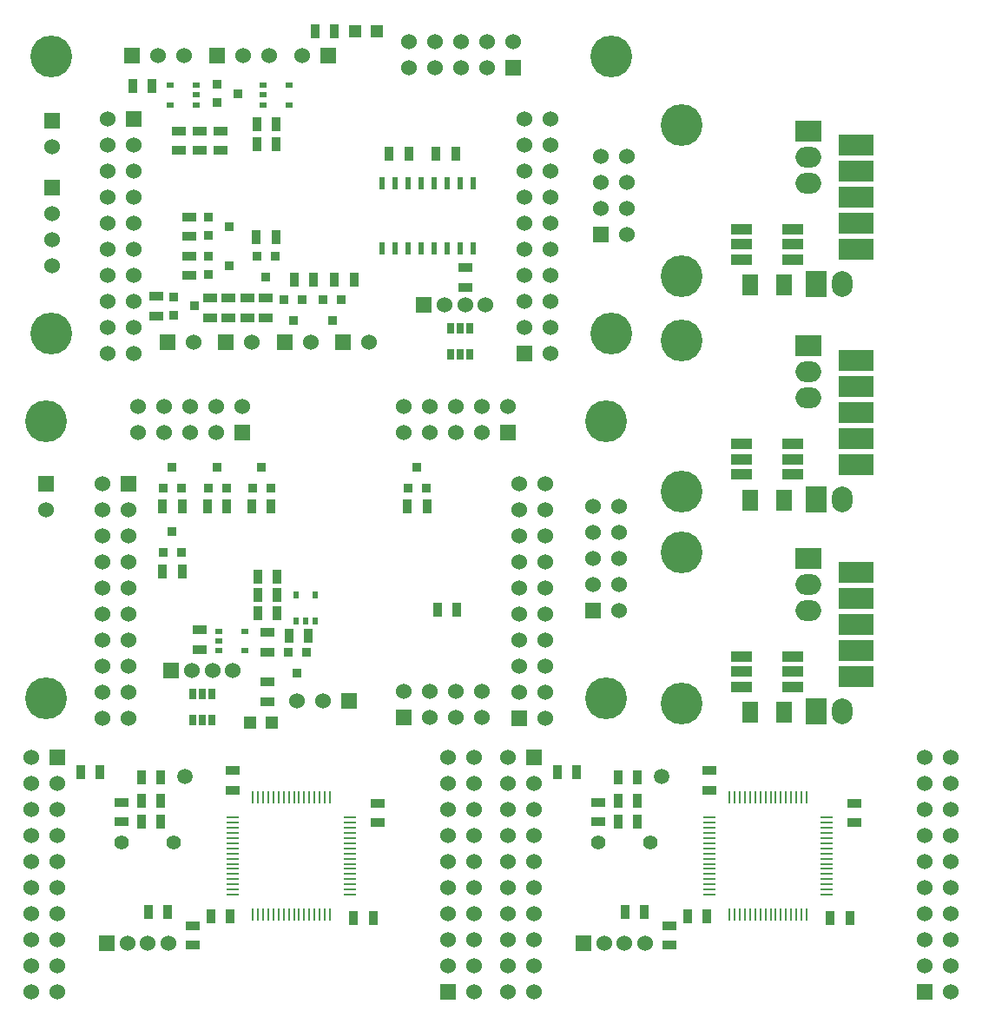
<source format=gts>
G04 (created by PCBNEW (2013-may-18)-stable) date Вс 24 янв 2016 11:36:20*
%MOIN*%
G04 Gerber Fmt 3.4, Leading zero omitted, Abs format*
%FSLAX34Y34*%
G01*
G70*
G90*
G04 APERTURE LIST*
%ADD10C,0.00590551*%
%ADD11R,0.06X0.08*%
%ADD12R,0.0787402X0.0393701*%
%ADD13R,0.0984252X0.0787402*%
%ADD14O,0.0984252X0.0787402*%
%ADD15R,0.0787402X0.0984252*%
%ADD16O,0.0787402X0.0984252*%
%ADD17C,0.16*%
%ADD18R,0.137795X0.0787402*%
%ADD19R,0.036X0.036*%
%ADD20R,0.02X0.045*%
%ADD21R,0.055X0.035*%
%ADD22R,0.035X0.055*%
%ADD23R,0.06X0.06*%
%ADD24C,0.06*%
%ADD25R,0.03X0.02*%
%ADD26R,0.0276X0.0394*%
%ADD27R,0.0472X0.0472*%
%ADD28R,0.02X0.03*%
%ADD29C,0.056*%
%ADD30C,0.0590551*%
%ADD31R,0.0472X0.01*%
%ADD32R,0.01X0.0472*%
G04 APERTURE END LIST*
G54D10*
G54D11*
X124431Y-51553D03*
X123131Y-51553D03*
G54D12*
X124765Y-50569D03*
X124765Y-49978D03*
X124765Y-49388D03*
X122797Y-49388D03*
X122797Y-49978D03*
X122797Y-50569D03*
G54D13*
X125356Y-45632D03*
G54D14*
X125356Y-46632D03*
X125356Y-47632D03*
G54D15*
X125682Y-51514D03*
G54D16*
X126682Y-51514D03*
G54D17*
X120513Y-51219D03*
X120513Y-45412D03*
G54D18*
X127215Y-48175D03*
X127215Y-49175D03*
X127215Y-50175D03*
X127215Y-47175D03*
X127215Y-46175D03*
X127215Y-46175D03*
X127215Y-47175D03*
X127215Y-48175D03*
X127215Y-49175D03*
X127215Y-50175D03*
X127215Y-40025D03*
X127215Y-41025D03*
X127215Y-42025D03*
X127215Y-39025D03*
X127215Y-38025D03*
X127215Y-38025D03*
X127215Y-39025D03*
X127215Y-40025D03*
X127215Y-41025D03*
X127215Y-42025D03*
G54D17*
X120513Y-37262D03*
X120513Y-43069D03*
G54D15*
X125682Y-43364D03*
G54D16*
X126682Y-43364D03*
G54D13*
X125356Y-37482D03*
G54D14*
X125356Y-38482D03*
X125356Y-39482D03*
G54D12*
X124765Y-42419D03*
X124765Y-41828D03*
X124765Y-41238D03*
X122797Y-41238D03*
X122797Y-41828D03*
X122797Y-42419D03*
G54D11*
X124431Y-43403D03*
X123131Y-43403D03*
G54D19*
X105250Y-35700D03*
X105950Y-35700D03*
X105600Y-36500D03*
X101000Y-36300D03*
X101000Y-35600D03*
X101800Y-35950D03*
X106750Y-35700D03*
X107450Y-35700D03*
X107100Y-36500D03*
X102350Y-33250D03*
X102350Y-32550D03*
X103150Y-32900D03*
X102350Y-34750D03*
X102350Y-34050D03*
X103150Y-34400D03*
X102675Y-28150D03*
X102675Y-27450D03*
X103475Y-27800D03*
G54D20*
X108995Y-31240D03*
X109995Y-31240D03*
X110495Y-31240D03*
X110995Y-31240D03*
X111495Y-31240D03*
X111995Y-31240D03*
X112495Y-31240D03*
X112495Y-33740D03*
X111995Y-33740D03*
X111495Y-33740D03*
X110995Y-33740D03*
X110495Y-33740D03*
X109995Y-33740D03*
X109495Y-33740D03*
X108995Y-33740D03*
X109495Y-31240D03*
G54D21*
X102412Y-35648D03*
X102412Y-36398D03*
X103829Y-35648D03*
X103829Y-36398D03*
X103121Y-35648D03*
X103121Y-36398D03*
G54D22*
X111075Y-30100D03*
X111825Y-30100D03*
G54D21*
X102800Y-29225D03*
X102800Y-29975D03*
X102000Y-29975D03*
X102000Y-29225D03*
G54D23*
X96350Y-31400D03*
G54D24*
X96350Y-32400D03*
X96350Y-33400D03*
X96350Y-34400D03*
G54D23*
X99400Y-26350D03*
G54D24*
X100400Y-26350D03*
X101400Y-26350D03*
G54D23*
X100770Y-37322D03*
G54D24*
X101770Y-37322D03*
G54D23*
X106950Y-26350D03*
G54D24*
X105950Y-26350D03*
G54D23*
X105259Y-37322D03*
G54D24*
X106259Y-37322D03*
G54D23*
X107503Y-37322D03*
G54D24*
X108503Y-37322D03*
G54D23*
X99487Y-28767D03*
G54D24*
X98487Y-28767D03*
X99487Y-29767D03*
X98487Y-29767D03*
X99487Y-30767D03*
X98487Y-30767D03*
X99487Y-31767D03*
X98487Y-31767D03*
X99487Y-32767D03*
X98487Y-32767D03*
X99487Y-33767D03*
X98487Y-33767D03*
X99487Y-34767D03*
X98487Y-34767D03*
X99487Y-35767D03*
X98487Y-35767D03*
X99487Y-36767D03*
X98487Y-36767D03*
X99487Y-37767D03*
X98487Y-37767D03*
G54D23*
X114487Y-37767D03*
G54D24*
X115487Y-37767D03*
X114487Y-36767D03*
X115487Y-36767D03*
X114487Y-35767D03*
X115487Y-35767D03*
X114487Y-34767D03*
X115487Y-34767D03*
X114487Y-33767D03*
X115487Y-33767D03*
X114487Y-32767D03*
X115487Y-32767D03*
X114487Y-31767D03*
X115487Y-31767D03*
X114487Y-30767D03*
X115487Y-30767D03*
X114487Y-29767D03*
X115487Y-29767D03*
X114487Y-28767D03*
X115487Y-28767D03*
G54D25*
X101875Y-28225D03*
X101875Y-27475D03*
X100875Y-28225D03*
X101875Y-27850D03*
X100875Y-27475D03*
G54D19*
X104200Y-34050D03*
X104900Y-34050D03*
X104550Y-34850D03*
G54D26*
X111625Y-36800D03*
X112000Y-36800D03*
X112375Y-36800D03*
X112375Y-37800D03*
X112000Y-37800D03*
X111625Y-37800D03*
G54D25*
X104425Y-27475D03*
X104425Y-28225D03*
X105425Y-27475D03*
X104425Y-27850D03*
X105425Y-28225D03*
G54D22*
X110025Y-30100D03*
X109275Y-30100D03*
G54D21*
X101200Y-29975D03*
X101200Y-29225D03*
X112200Y-35225D03*
X112200Y-34475D03*
G54D22*
X104200Y-28975D03*
X104950Y-28975D03*
X107175Y-25400D03*
X106425Y-25400D03*
X104950Y-29750D03*
X104200Y-29750D03*
G54D21*
X101600Y-34025D03*
X101600Y-34775D03*
G54D22*
X104925Y-33300D03*
X104175Y-33300D03*
G54D21*
X100350Y-35575D03*
X100350Y-36325D03*
X101600Y-32525D03*
X101600Y-33275D03*
X104550Y-35650D03*
X104550Y-36400D03*
G54D22*
X100175Y-27500D03*
X99425Y-27500D03*
G54D23*
X102675Y-26350D03*
G54D24*
X103675Y-26350D03*
X104675Y-26350D03*
G54D23*
X103020Y-37322D03*
G54D24*
X104020Y-37322D03*
G54D27*
X108813Y-25400D03*
X107987Y-25400D03*
G54D23*
X110618Y-35900D03*
G54D24*
X111406Y-35900D03*
X112193Y-35900D03*
X112981Y-35900D03*
G54D23*
X117400Y-33200D03*
G54D24*
X118400Y-33200D03*
X117400Y-32200D03*
X118400Y-32200D03*
X117400Y-31200D03*
X118400Y-31200D03*
X117400Y-30200D03*
X118400Y-30200D03*
G54D17*
X117800Y-26370D03*
X117800Y-37000D03*
G54D22*
X107925Y-34950D03*
X107175Y-34950D03*
X106375Y-34950D03*
X105625Y-34950D03*
G54D17*
X96300Y-37000D03*
X96300Y-26370D03*
G54D23*
X96350Y-28850D03*
G54D24*
X96350Y-29850D03*
G54D23*
X114050Y-26800D03*
G54D24*
X114050Y-25800D03*
X113050Y-26800D03*
X113050Y-25800D03*
X112050Y-26800D03*
X112050Y-25800D03*
X111050Y-26800D03*
X111050Y-25800D03*
X110050Y-26800D03*
X110050Y-25800D03*
G54D23*
X114287Y-51767D03*
G54D24*
X115287Y-51767D03*
X114287Y-50767D03*
X115287Y-50767D03*
X114287Y-49767D03*
X115287Y-49767D03*
X114287Y-48767D03*
X115287Y-48767D03*
X114287Y-47767D03*
X115287Y-47767D03*
X114287Y-46767D03*
X115287Y-46767D03*
X114287Y-45767D03*
X115287Y-45767D03*
X114287Y-44767D03*
X115287Y-44767D03*
X114287Y-43767D03*
X115287Y-43767D03*
X114287Y-42767D03*
X115287Y-42767D03*
G54D23*
X99287Y-42767D03*
G54D24*
X98287Y-42767D03*
X99287Y-43767D03*
X98287Y-43767D03*
X99287Y-44767D03*
X98287Y-44767D03*
X99287Y-45767D03*
X98287Y-45767D03*
X99287Y-46767D03*
X98287Y-46767D03*
X99287Y-47767D03*
X98287Y-47767D03*
X99287Y-48767D03*
X98287Y-48767D03*
X99287Y-49767D03*
X98287Y-49767D03*
X99287Y-50767D03*
X98287Y-50767D03*
X99287Y-51767D03*
X98287Y-51767D03*
G54D19*
X101300Y-45400D03*
X100600Y-45400D03*
X100950Y-44600D03*
X110700Y-42950D03*
X110000Y-42950D03*
X110350Y-42150D03*
X104725Y-42950D03*
X104025Y-42950D03*
X104375Y-42150D03*
X101300Y-42950D03*
X100600Y-42950D03*
X100950Y-42150D03*
X105400Y-49250D03*
X106100Y-49250D03*
X105750Y-50050D03*
X103025Y-42950D03*
X102325Y-42950D03*
X102675Y-42150D03*
G54D26*
X101725Y-50850D03*
X102100Y-50850D03*
X102475Y-50850D03*
X102475Y-51850D03*
X102100Y-51850D03*
X101725Y-51850D03*
G54D28*
X105700Y-48025D03*
X106450Y-48025D03*
X105700Y-47025D03*
X106075Y-48025D03*
X106450Y-47025D03*
G54D25*
X102750Y-48425D03*
X102750Y-49175D03*
X103750Y-48425D03*
X102750Y-48800D03*
X103750Y-49175D03*
G54D22*
X104975Y-47750D03*
X104225Y-47750D03*
X104000Y-43650D03*
X104750Y-43650D03*
X111875Y-47600D03*
X111125Y-47600D03*
G54D21*
X104600Y-49225D03*
X104600Y-48475D03*
X102000Y-49125D03*
X102000Y-48375D03*
X104600Y-51125D03*
X104600Y-50375D03*
G54D22*
X100575Y-43650D03*
X101325Y-43650D03*
X104975Y-46350D03*
X104225Y-46350D03*
X104975Y-47050D03*
X104225Y-47050D03*
X102300Y-43650D03*
X103050Y-43650D03*
X105425Y-48600D03*
X106175Y-48600D03*
X100575Y-46150D03*
X101325Y-46150D03*
G54D23*
X109850Y-51750D03*
G54D24*
X109850Y-50750D03*
X110850Y-51750D03*
X110850Y-50750D03*
X111850Y-51750D03*
X111850Y-50750D03*
X112850Y-51750D03*
X112850Y-50750D03*
G54D23*
X107750Y-51100D03*
G54D24*
X106750Y-51100D03*
X105750Y-51100D03*
G54D23*
X96100Y-42775D03*
G54D24*
X96100Y-43775D03*
G54D27*
X103937Y-51950D03*
X104763Y-51950D03*
G54D23*
X100918Y-49950D03*
G54D24*
X101706Y-49950D03*
X102493Y-49950D03*
X103281Y-49950D03*
G54D23*
X103650Y-40800D03*
G54D24*
X103650Y-39800D03*
X102650Y-40800D03*
X102650Y-39800D03*
X101650Y-40800D03*
X101650Y-39800D03*
X100650Y-40800D03*
X100650Y-39800D03*
X99650Y-40800D03*
X99650Y-39800D03*
G54D23*
X113850Y-40800D03*
G54D24*
X113850Y-39800D03*
X112850Y-40800D03*
X112850Y-39800D03*
X111850Y-40800D03*
X111850Y-39800D03*
X110850Y-40800D03*
X110850Y-39800D03*
X109850Y-40800D03*
X109850Y-39800D03*
G54D23*
X117100Y-47650D03*
G54D24*
X118100Y-47650D03*
X117100Y-46650D03*
X118100Y-46650D03*
X117100Y-45650D03*
X118100Y-45650D03*
X117100Y-44650D03*
X118100Y-44650D03*
X117100Y-43650D03*
X118100Y-43650D03*
G54D17*
X96100Y-51000D03*
X96100Y-40370D03*
X117600Y-40370D03*
X117600Y-51000D03*
G54D22*
X109975Y-43625D03*
X110725Y-43625D03*
X100785Y-59200D03*
X100035Y-59200D03*
X99756Y-54933D03*
X100506Y-54933D03*
X99756Y-54027D03*
X100506Y-54027D03*
G54D21*
X98990Y-54991D03*
X98990Y-55741D03*
G54D22*
X99756Y-55720D03*
X100506Y-55720D03*
G54D21*
X103281Y-54520D03*
X103281Y-53770D03*
G54D22*
X107906Y-59421D03*
X108656Y-59421D03*
X102434Y-59381D03*
X103184Y-59381D03*
G54D21*
X108832Y-55030D03*
X108832Y-55780D03*
G54D23*
X98438Y-60405D03*
G54D24*
X99226Y-60405D03*
X100013Y-60405D03*
X100801Y-60405D03*
G54D29*
X99013Y-56547D03*
X101013Y-56547D03*
G54D23*
X96537Y-53267D03*
G54D24*
X95537Y-53267D03*
X96537Y-54267D03*
X95537Y-54267D03*
X96537Y-55267D03*
X95537Y-55267D03*
X96537Y-56267D03*
X95537Y-56267D03*
X96537Y-57267D03*
X95537Y-57267D03*
X96537Y-58267D03*
X95537Y-58267D03*
X96537Y-59267D03*
X95537Y-59267D03*
X96537Y-60267D03*
X95537Y-60267D03*
X96537Y-61267D03*
X95537Y-61267D03*
X96537Y-62267D03*
X95537Y-62267D03*
G54D23*
X111537Y-62267D03*
G54D24*
X112537Y-62267D03*
X111537Y-61267D03*
X112537Y-61267D03*
X111537Y-60267D03*
X112537Y-60267D03*
X111537Y-59267D03*
X112537Y-59267D03*
X111537Y-58267D03*
X112537Y-58267D03*
X111537Y-57267D03*
X112537Y-57267D03*
X111537Y-56267D03*
X112537Y-56267D03*
X111537Y-55267D03*
X112537Y-55267D03*
X111537Y-54267D03*
X112537Y-54267D03*
X111537Y-53267D03*
X112537Y-53267D03*
G54D22*
X97434Y-53830D03*
X98184Y-53830D03*
G54D30*
X101431Y-54000D03*
G54D21*
X101750Y-59725D03*
X101750Y-60475D03*
G54D31*
X103281Y-55583D03*
X103281Y-55780D03*
X103281Y-55977D03*
X103281Y-56174D03*
X103281Y-56371D03*
X103281Y-56567D03*
X103281Y-56764D03*
X103281Y-56961D03*
X103281Y-57157D03*
X103281Y-57354D03*
X103281Y-57551D03*
X103281Y-57747D03*
X103281Y-57944D03*
X103281Y-58141D03*
X103281Y-58338D03*
X103281Y-58535D03*
G54D32*
X104049Y-59303D03*
X104246Y-59303D03*
X104443Y-59303D03*
X104640Y-59303D03*
X104837Y-59303D03*
X105033Y-59303D03*
X105230Y-59303D03*
X105427Y-59303D03*
X105623Y-59303D03*
X105820Y-59303D03*
X106017Y-59303D03*
X106213Y-59303D03*
X106410Y-59303D03*
X106607Y-59303D03*
X106804Y-59303D03*
X107001Y-59303D03*
G54D31*
X107769Y-58535D03*
X107769Y-58338D03*
X107769Y-58141D03*
X107769Y-57944D03*
X107769Y-57747D03*
X107769Y-57551D03*
X107769Y-57354D03*
X107769Y-57157D03*
X107769Y-56961D03*
X107769Y-56764D03*
X107769Y-56567D03*
X107769Y-56371D03*
X107769Y-56174D03*
X107769Y-55977D03*
X107769Y-55780D03*
X107769Y-55583D03*
G54D32*
X107001Y-54815D03*
X106804Y-54815D03*
X106607Y-54815D03*
X106410Y-54815D03*
X106213Y-54815D03*
X106017Y-54815D03*
X105820Y-54815D03*
X105623Y-54815D03*
X105427Y-54815D03*
X105230Y-54815D03*
X105033Y-54815D03*
X104837Y-54815D03*
X104640Y-54815D03*
X104443Y-54815D03*
X104246Y-54815D03*
X104049Y-54815D03*
G54D22*
X119085Y-59200D03*
X118335Y-59200D03*
X118056Y-54933D03*
X118806Y-54933D03*
X118056Y-54027D03*
X118806Y-54027D03*
G54D21*
X117290Y-54991D03*
X117290Y-55741D03*
G54D22*
X118056Y-55720D03*
X118806Y-55720D03*
G54D21*
X121581Y-54520D03*
X121581Y-53770D03*
G54D22*
X126206Y-59421D03*
X126956Y-59421D03*
X120734Y-59381D03*
X121484Y-59381D03*
G54D21*
X127132Y-55030D03*
X127132Y-55780D03*
G54D23*
X116738Y-60405D03*
G54D24*
X117526Y-60405D03*
X118313Y-60405D03*
X119101Y-60405D03*
G54D29*
X117313Y-56547D03*
X119313Y-56547D03*
G54D23*
X114837Y-53267D03*
G54D24*
X113837Y-53267D03*
X114837Y-54267D03*
X113837Y-54267D03*
X114837Y-55267D03*
X113837Y-55267D03*
X114837Y-56267D03*
X113837Y-56267D03*
X114837Y-57267D03*
X113837Y-57267D03*
X114837Y-58267D03*
X113837Y-58267D03*
X114837Y-59267D03*
X113837Y-59267D03*
X114837Y-60267D03*
X113837Y-60267D03*
X114837Y-61267D03*
X113837Y-61267D03*
X114837Y-62267D03*
X113837Y-62267D03*
G54D23*
X129837Y-62267D03*
G54D24*
X130837Y-62267D03*
X129837Y-61267D03*
X130837Y-61267D03*
X129837Y-60267D03*
X130837Y-60267D03*
X129837Y-59267D03*
X130837Y-59267D03*
X129837Y-58267D03*
X130837Y-58267D03*
X129837Y-57267D03*
X130837Y-57267D03*
X129837Y-56267D03*
X130837Y-56267D03*
X129837Y-55267D03*
X130837Y-55267D03*
X129837Y-54267D03*
X130837Y-54267D03*
X129837Y-53267D03*
X130837Y-53267D03*
G54D22*
X115734Y-53830D03*
X116484Y-53830D03*
G54D30*
X119731Y-54000D03*
G54D21*
X120050Y-59725D03*
X120050Y-60475D03*
G54D31*
X121581Y-55583D03*
X121581Y-55780D03*
X121581Y-55977D03*
X121581Y-56174D03*
X121581Y-56371D03*
X121581Y-56567D03*
X121581Y-56764D03*
X121581Y-56961D03*
X121581Y-57157D03*
X121581Y-57354D03*
X121581Y-57551D03*
X121581Y-57747D03*
X121581Y-57944D03*
X121581Y-58141D03*
X121581Y-58338D03*
X121581Y-58535D03*
G54D32*
X122349Y-59303D03*
X122546Y-59303D03*
X122743Y-59303D03*
X122940Y-59303D03*
X123137Y-59303D03*
X123333Y-59303D03*
X123530Y-59303D03*
X123727Y-59303D03*
X123923Y-59303D03*
X124120Y-59303D03*
X124317Y-59303D03*
X124513Y-59303D03*
X124710Y-59303D03*
X124907Y-59303D03*
X125104Y-59303D03*
X125301Y-59303D03*
G54D31*
X126069Y-58535D03*
X126069Y-58338D03*
X126069Y-58141D03*
X126069Y-57944D03*
X126069Y-57747D03*
X126069Y-57551D03*
X126069Y-57354D03*
X126069Y-57157D03*
X126069Y-56961D03*
X126069Y-56764D03*
X126069Y-56567D03*
X126069Y-56371D03*
X126069Y-56174D03*
X126069Y-55977D03*
X126069Y-55780D03*
X126069Y-55583D03*
G54D32*
X125301Y-54815D03*
X125104Y-54815D03*
X124907Y-54815D03*
X124710Y-54815D03*
X124513Y-54815D03*
X124317Y-54815D03*
X124120Y-54815D03*
X123923Y-54815D03*
X123727Y-54815D03*
X123530Y-54815D03*
X123333Y-54815D03*
X123137Y-54815D03*
X122940Y-54815D03*
X122743Y-54815D03*
X122546Y-54815D03*
X122349Y-54815D03*
G54D11*
X124431Y-35153D03*
X123131Y-35153D03*
G54D12*
X124765Y-34169D03*
X124765Y-33578D03*
X124765Y-32988D03*
X122797Y-32988D03*
X122797Y-33578D03*
X122797Y-34169D03*
G54D13*
X125356Y-29232D03*
G54D14*
X125356Y-30232D03*
X125356Y-31232D03*
G54D15*
X125682Y-35114D03*
G54D16*
X126682Y-35114D03*
G54D17*
X120513Y-34819D03*
X120513Y-29012D03*
G54D18*
X127215Y-31775D03*
X127215Y-32775D03*
X127215Y-33775D03*
X127215Y-30775D03*
X127215Y-29775D03*
X127215Y-29775D03*
X127215Y-30775D03*
X127215Y-31775D03*
X127215Y-32775D03*
X127215Y-33775D03*
M02*

</source>
